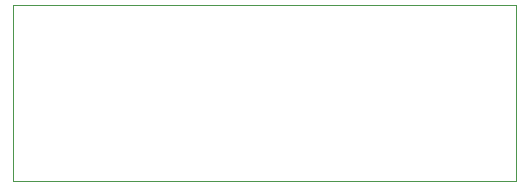
<source format=gm1>
%TF.GenerationSoftware,KiCad,Pcbnew,(6.0.1-0)*%
%TF.CreationDate,2022-02-08T21:01:33-05:00*%
%TF.ProjectId,usbAudio,75736241-7564-4696-9f2e-6b696361645f,rev?*%
%TF.SameCoordinates,Original*%
%TF.FileFunction,Profile,NP*%
%FSLAX46Y46*%
G04 Gerber Fmt 4.6, Leading zero omitted, Abs format (unit mm)*
G04 Created by KiCad (PCBNEW (6.0.1-0)) date 2022-02-08 21:01:33*
%MOMM*%
%LPD*%
G01*
G04 APERTURE LIST*
%TA.AperFunction,Profile*%
%ADD10C,0.050000*%
%TD*%
G04 APERTURE END LIST*
D10*
X55880600Y-73073550D02*
X55880000Y-88020000D01*
X98500000Y-88020000D02*
X98500600Y-73078050D01*
X98500600Y-73078050D02*
X55880600Y-73073550D01*
X55880000Y-88020000D02*
X98500000Y-88020000D01*
M02*

</source>
